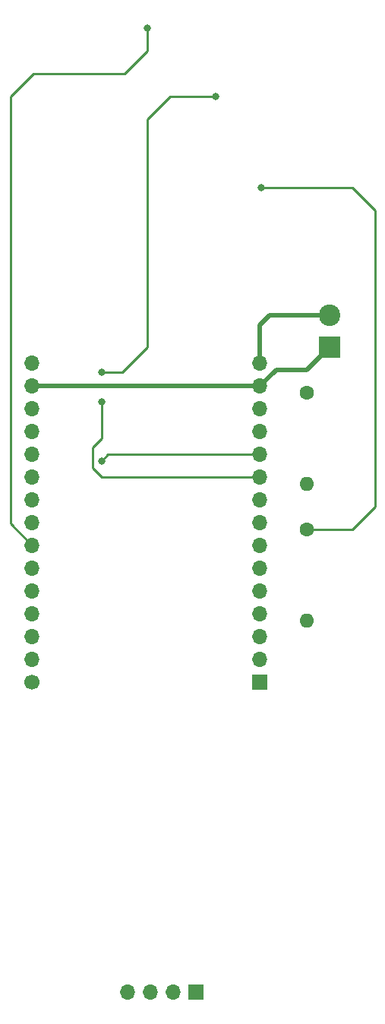
<source format=gbr>
%TF.GenerationSoftware,KiCad,Pcbnew,(6.0.5-0)*%
%TF.CreationDate,2022-05-19T17:28:55-04:00*%
%TF.ProjectId,test_project,74657374-5f70-4726-9f6a-6563742e6b69,rev?*%
%TF.SameCoordinates,Original*%
%TF.FileFunction,Copper,L2,Bot*%
%TF.FilePolarity,Positive*%
%FSLAX46Y46*%
G04 Gerber Fmt 4.6, Leading zero omitted, Abs format (unit mm)*
G04 Created by KiCad (PCBNEW (6.0.5-0)) date 2022-05-19 17:28:55*
%MOMM*%
%LPD*%
G01*
G04 APERTURE LIST*
%TA.AperFunction,ComponentPad*%
%ADD10C,1.600000*%
%TD*%
%TA.AperFunction,ComponentPad*%
%ADD11O,1.600000X1.600000*%
%TD*%
%TA.AperFunction,ComponentPad*%
%ADD12R,1.700000X1.700000*%
%TD*%
%TA.AperFunction,ComponentPad*%
%ADD13O,1.700000X1.700000*%
%TD*%
%TA.AperFunction,ComponentPad*%
%ADD14C,1.700000*%
%TD*%
%TA.AperFunction,ComponentPad*%
%ADD15R,2.400000X2.400000*%
%TD*%
%TA.AperFunction,ComponentPad*%
%ADD16C,2.400000*%
%TD*%
%TA.AperFunction,ViaPad*%
%ADD17C,0.800000*%
%TD*%
%TA.AperFunction,Conductor*%
%ADD18C,0.500000*%
%TD*%
%TA.AperFunction,Conductor*%
%ADD19C,0.250000*%
%TD*%
G04 APERTURE END LIST*
D10*
%TO.P,R2,1*%
%TO.N,Net-(R2-Pad1)*%
X139700000Y-76200000D03*
D11*
%TO.P,R2,2*%
%TO.N,Net-(R2-Pad2)*%
X139700000Y-86360000D03*
%TD*%
D12*
%TO.P,U1,1,EN*%
%TO.N,unconnected-(U1-Pad1)*%
X134507500Y-108492500D03*
D13*
%TO.P,U1,2,VP*%
%TO.N,unconnected-(U1-Pad2)*%
X134507500Y-105952500D03*
%TO.P,U1,3,VN*%
%TO.N,unconnected-(U1-Pad3)*%
X134507500Y-103412500D03*
%TO.P,U1,4,GPIO34*%
%TO.N,unconnected-(U1-Pad4)*%
X134507500Y-100872500D03*
%TO.P,U1,5,GPIO35*%
%TO.N,unconnected-(U1-Pad5)*%
X134507500Y-98332500D03*
%TO.P,U1,6,GPIO32*%
%TO.N,Net-(R1-Pad2)*%
X134507500Y-95792500D03*
%TO.P,U1,7,GPIO33*%
%TO.N,Net-(R2-Pad2)*%
X134507500Y-93252500D03*
%TO.P,U1,8,GPIO25*%
%TO.N,unconnected-(U1-Pad8)*%
X134507500Y-90712500D03*
%TO.P,U1,9,GPIO26*%
%TO.N,Net-(U1-Pad9)*%
X134507500Y-88172500D03*
%TO.P,U1,10,GPIO27*%
%TO.N,Net-(U1-Pad10)*%
X134507500Y-85632500D03*
%TO.P,U1,11,GPIO14*%
%TO.N,Net-(U1-Pad11)*%
X134507500Y-83092500D03*
%TO.P,U1,12,GPIO12*%
%TO.N,Net-(U1-Pad12)*%
X134507500Y-80552500D03*
%TO.P,U1,13,GPIO13*%
%TO.N,unconnected-(U1-Pad13)*%
X134507500Y-78012500D03*
%TO.P,U1,14,GND*%
%TO.N,GND*%
X134507500Y-75472500D03*
%TO.P,U1,15,VIN*%
%TO.N,+5V*%
X134507500Y-72932500D03*
%TO.P,U1,16,3.3V*%
%TO.N,Net-(U1-Pad16)*%
X109107500Y-72932500D03*
%TO.P,U1,17,GND*%
%TO.N,GND*%
X109107500Y-75472500D03*
%TO.P,U1,18,GPIO15*%
%TO.N,unconnected-(U1-Pad18)*%
X109107500Y-78012500D03*
%TO.P,U1,19,GPIO2*%
%TO.N,unconnected-(U1-Pad19)*%
X109107500Y-80552500D03*
%TO.P,U1,20,GPIO4*%
%TO.N,unconnected-(U1-Pad20)*%
X109107500Y-83092500D03*
%TO.P,U1,21,RX2*%
%TO.N,unconnected-(U1-Pad21)*%
X109107500Y-85632500D03*
%TO.P,U1,22,TX2*%
%TO.N,unconnected-(U1-Pad22)*%
X109107500Y-88172500D03*
%TO.P,U1,23,GPIO5*%
%TO.N,Net-(U1-Pad23)*%
X109107500Y-90712500D03*
%TO.P,U1,24,D18/SCK*%
%TO.N,Net-(U1-Pad24)*%
X109107500Y-93252500D03*
%TO.P,U1,25,D19/MISO*%
%TO.N,Net-(U1-Pad25)*%
X109107500Y-95792500D03*
%TO.P,U1,26,D21/SDA*%
%TO.N,Net-(U1-Pad26)*%
X109107500Y-98332500D03*
%TO.P,U1,27,RX0*%
%TO.N,unconnected-(U1-Pad27)*%
X109107500Y-100872500D03*
%TO.P,U1,28,TX0*%
%TO.N,unconnected-(U1-Pad28)*%
X109107500Y-103412500D03*
%TO.P,U1,29,D22/SCL*%
%TO.N,Net-(U1-Pad29)*%
X109107500Y-105952500D03*
D14*
%TO.P,U1,30,D23/MOSI*%
%TO.N,unconnected-(U1-Pad30)*%
X109107500Y-108492500D03*
%TD*%
D10*
%TO.P,R1,1*%
%TO.N,Net-(R1-Pad1)*%
X139700000Y-91440000D03*
D11*
%TO.P,R1,2*%
%TO.N,Net-(R1-Pad2)*%
X139700000Y-101600000D03*
%TD*%
D12*
%TO.P,U3,1,GND*%
%TO.N,GND*%
X127360000Y-143010000D03*
D13*
%TO.P,U3,2,VCC*%
%TO.N,Net-(U1-Pad16)*%
X124820000Y-143010000D03*
%TO.P,U3,3,SCL*%
%TO.N,Net-(U1-Pad29)*%
X122280000Y-143010000D03*
%TO.P,U3,4,SDA*%
%TO.N,Net-(U1-Pad26)*%
X119740000Y-143010000D03*
%TD*%
D15*
%TO.P,J1,1,Pin_1*%
%TO.N,GND*%
X142240000Y-71120000D03*
D16*
%TO.P,J1,2,Pin_2*%
%TO.N,+5V*%
X142240000Y-67620000D03*
%TD*%
D17*
%TO.N,Net-(R1-Pad1)*%
X134620000Y-53340000D03*
%TO.N,Net-(U1-Pad10)*%
X116840000Y-77216000D03*
X129540000Y-43180000D03*
X116840000Y-73914000D03*
%TO.N,Net-(U1-Pad11)*%
X116840000Y-83820000D03*
%TO.N,Net-(U1-Pad24)*%
X121920000Y-35560000D03*
%TD*%
D18*
%TO.N,GND*%
X139700000Y-73660000D02*
X142240000Y-71120000D01*
X109107500Y-75472500D02*
X134507500Y-75472500D01*
X134507500Y-75472500D02*
X136320000Y-73660000D01*
X136320000Y-73660000D02*
X139700000Y-73660000D01*
%TO.N,+5V*%
X135580000Y-67620000D02*
X142240000Y-67620000D01*
X134507500Y-72932500D02*
X134507500Y-68692500D01*
X134507500Y-68692500D02*
X135580000Y-67620000D01*
D19*
%TO.N,Net-(R1-Pad1)*%
X139700000Y-91440000D02*
X144780000Y-91440000D01*
X147320000Y-88900000D02*
X147320000Y-55880000D01*
X147320000Y-55880000D02*
X144780000Y-53340000D01*
X144780000Y-53340000D02*
X134620000Y-53340000D01*
X144780000Y-91440000D02*
X147320000Y-88900000D01*
%TO.N,Net-(U1-Pad10)*%
X115824000Y-82296000D02*
X115824000Y-84582000D01*
X116840000Y-77216000D02*
X116840000Y-81280000D01*
X115824000Y-84582000D02*
X116874500Y-85632500D01*
X121920000Y-45720000D02*
X124460000Y-43180000D01*
X116840000Y-81280000D02*
X115824000Y-82296000D01*
X121920000Y-71120000D02*
X121920000Y-45720000D01*
X124460000Y-43180000D02*
X129540000Y-43180000D01*
X116874500Y-85632500D02*
X134507500Y-85632500D01*
X116840000Y-73914000D02*
X119126000Y-73914000D01*
X119126000Y-73914000D02*
X121920000Y-71120000D01*
%TO.N,Net-(U1-Pad11)*%
X116840000Y-83820000D02*
X117567500Y-83092500D01*
X117567500Y-83092500D02*
X134507500Y-83092500D01*
%TO.N,Net-(U1-Pad24)*%
X121920000Y-38100000D02*
X119380000Y-40640000D01*
X109220000Y-40640000D02*
X106680000Y-43180000D01*
X106680000Y-43180000D02*
X106680000Y-90825000D01*
X121920000Y-35560000D02*
X121920000Y-38100000D01*
X119380000Y-40640000D02*
X109220000Y-40640000D01*
X106680000Y-90825000D02*
X109107500Y-93252500D01*
%TD*%
M02*

</source>
